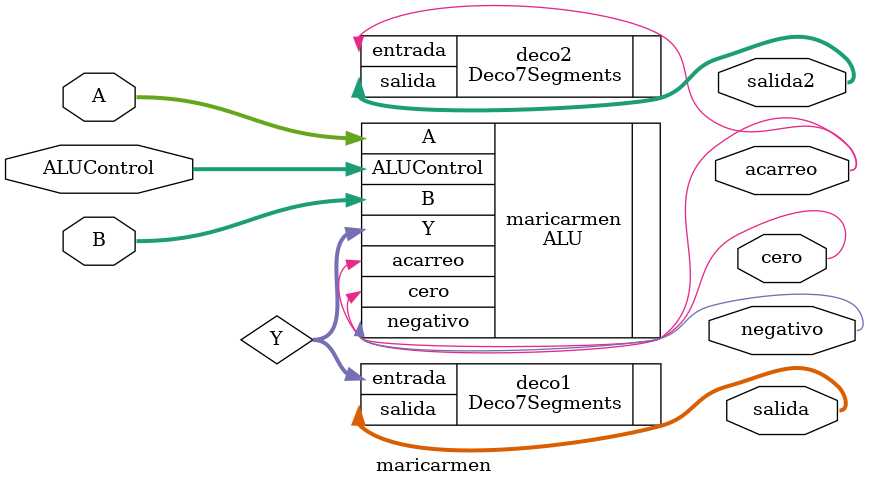
<source format=sv>
module maricarmen (input logic [2:0] A, B,
 input logic [3:0] ALUControl,
 output logic [6:0] salida, salida2,
 output negativo, cero, acarreo);
 
 parameter SIZE = 3;
 logic [SIZE-1:0] Y;
 
ALU #(.N(SIZE)) maricarmen (.A(A),.B(B),.ALUControl(ALUControl),.Y(Y),.negativo(negativo),.cero(cero),.acarreo(acarreo));
Deco7Segments deco1 (.entrada(Y), .salida(salida));
Deco7Segments deco2 (.entrada(acarreo), .salida(salida2));

 
 endmodule 
</source>
